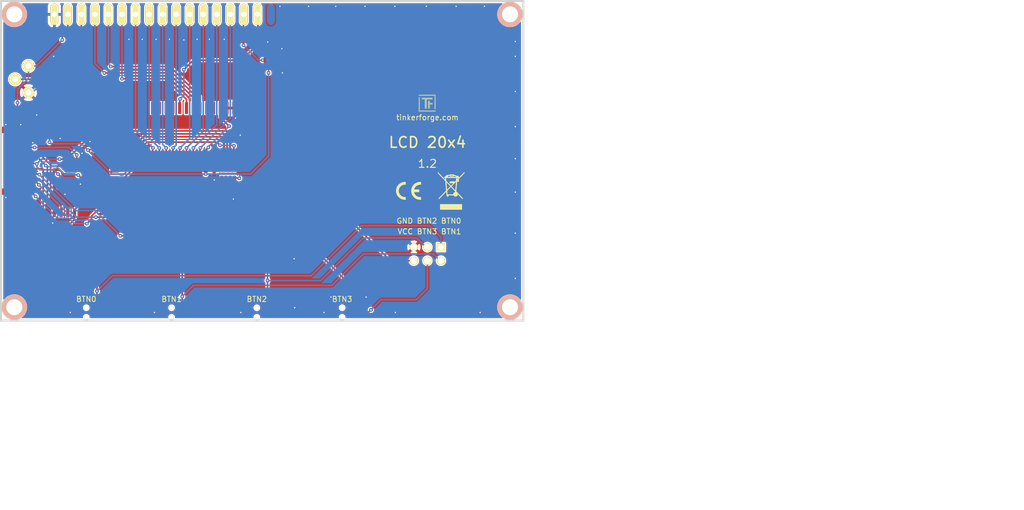
<source format=kicad_pcb>
(kicad_pcb (version 4) (host pcbnew 4.0.2+dfsg1-stable)
  (title_block (title "LCD 20x4 Bricklet") (date "21 jan 2013") (rev 1.1) (company "Tinkerforge GmbH") (comment 1 "Licensed under CERN OHL v.1.1") (comment 2 "Copyright (©) 2011, B.Nordmeyer <bastian@tinkerforge.com>"))
  (layers (0 Vorderseite signal hide) (31 Rückseite signal hide) (34 B.Paste user) (35 F.Paste user) (36 B.SilkS user) (37 F.SilkS user) (38 B.Mask user) (39 F.Mask user) (44 Edge.Cuts user))
  (net 0 "")
  (net 1 +5V)
  (net 2 BTN1)
  (net 3 BTN2)
  (net 4 BTN3)
  (net 5 BTN4)
  (net 6 DB0)
  (net 7 DB1)
  (net 8 DB2)
  (net 9 DB3)
  (net 10 DB4)
  (net 11 DB5)
  (net 12 DB6)
  (net 13 DB7)
  (net 14 EN)
  (net 15 GND)
  (net 16 RS)
  (net 17 RW)
  (net 18 SCL)
  (net 19 SCL2)
  (net 20 SDA)
  (net 21 SDA2)
  (net 22 SEL)
  (net 23 SW-BACK)
  (net 24 VCC)
  (net 25 "Net-(C3-Pad1)")
  (net 26 "Net-(FB1-Pad1)")
  (net 27 "Net-(Q1-PadD)")
  (net 28 "Net-(R2-Pad1)")
  (net 29 "Net-(RP1-Pad6)")
  (net 30 "Net-(RP1-Pad7)")
  (net 31 "Net-(RV1-Pad2)")
  (net 32 "Net-(U1-Pad7)")
  (net 33 "Net-(U2-Pad11)")
  (net 34 "Net-(U2-Pad14)")
  (net 35 "Net-(U2-Pad19)")
  (net 36 "Net-(U2-Pad20)")
  (net 37 "Net-(U2-Pad25)")
  (net 38 "Net-(U2-Pad26)")
  (net 39 "Net-(U2-Pad27)")
  (net 40 "Net-(U2-Pad28)")
  (module kicad-libraries:0603X4 (layer Vorderseite) (at 134.52602 102.67442 180)
    (fp_text reference RP1)
    (fp_text value 4.7k)
    (pad 1 smd rect (at 1.19888 -0.8509 180) (size 0.44958 0.89916) (layers Vorderseite F.Paste F.Mask) (net 1 +5V))
    (pad 2 smd rect (at 0.39878 -0.8509 180) (size 0.44958 0.89916) (layers Vorderseite F.Paste F.Mask) (net 1 +5V))
    (pad 3 smd rect (at -0.39878 -0.8509 180) (size 0.44958 0.89916) (layers Vorderseite F.Paste F.Mask) (net 1 +5V))
    (pad 4 smd rect (at -1.19888 -0.8509 180) (size 0.44958 0.89916) (layers Vorderseite F.Paste F.Mask) (net 1 +5V))
    (pad 5 smd rect (at -1.19888 0.8509 180) (size 0.44958 0.89916) (layers Vorderseite F.Paste F.Mask) (net 21 SDA2))
    (pad 6 smd rect (at -0.39878 0.8509 180) (size 0.44958 0.89916) (layers Vorderseite F.Paste F.Mask) (net 29 "Net-(RP1-Pad6)"))
    (pad 7 smd rect (at 0.39878 0.8509 180) (size 0.44958 0.89916) (layers Vorderseite F.Paste F.Mask) (net 30 "Net-(RP1-Pad7)"))
    (pad 8 smd rect (at 1.19888 0.8509 180) (size 0.44958 0.89916) (layers Vorderseite F.Paste F.Mask) (net 19 SCL2))
  )
  (module kicad-libraries:WEEE_7mm_back (layer Vorderseite) (at 176.4 105.95 180)
    (fp_text reference VAL hide)
    (fp_text value WEEE_7mm_back hide)
  )
  (module kicad-libraries:CE_5mm (layer Vorderseite) (at 168.425 105.925)
    (fp_text reference VAL hide)
    (fp_text value CE_5mm hide)
  )
  (module kicad-libraries:R0603 (layer Vorderseite) (at 137.42416 76.9747 270)
    (fp_text reference R2)
    (fp_text value 10)
    (pad 1 smd rect (at -0.8001 0 270) (size 0.8001 0.8001) (layers Vorderseite F.Paste F.Mask) (net 28 "Net-(R2-Pad1)"))
    (pad 2 smd rect (at 0.8001 0 270) (size 0.8001 0.8001) (layers Vorderseite F.Paste F.Mask) (net 1 +5V))
  )
  (module kicad-libraries:R0603 (layer Vorderseite) (at 110.52556 98.19894)
    (fp_text reference R1)
    (fp_text value 200k)
    (pad 1 smd rect (at -0.8001 0) (size 0.8001 0.8001) (layers Vorderseite F.Paste F.Mask) (net 1 +5V))
    (pad 2 smd rect (at 0.8001 0) (size 0.8001 0.8001) (layers Vorderseite F.Paste F.Mask) (net 25 "Net-(C3-Pad1)"))
  )
  (module kicad-libraries:C0603 (layer Vorderseite) (at 99.32416 95.77578)
    (fp_text reference FB1)
    (fp_text value FB)
    (pad 1 smd rect (at -0.8001 0) (size 0.8001 0.8001) (layers Vorderseite F.Paste F.Mask) (net 26 "Net-(FB1-Pad1)"))
    (pad 2 smd rect (at 0.8001 0) (size 0.8001 0.8001) (layers Vorderseite F.Paste F.Mask) (net 1 +5V))
  )
  (module kicad-libraries:C0603 (layer Vorderseite) (at 102.62362 76.47686)
    (fp_text reference C5)
    (fp_text value 100nF)
    (pad 1 smd rect (at -0.8001 0) (size 0.8001 0.8001) (layers Vorderseite F.Paste F.Mask) (net 15 GND))
    (pad 2 smd rect (at 0.8001 0) (size 0.8001 0.8001) (layers Vorderseite F.Paste F.Mask) (net 1 +5V))
  )
  (module kicad-libraries:C0603 (layer Vorderseite) (at 110.52302 96.67494 180)
    (fp_text reference C3)
    (fp_text value 100nF)
    (pad 1 smd rect (at -0.8001 0 180) (size 0.8001 0.8001) (layers Vorderseite F.Paste F.Mask) (net 25 "Net-(C3-Pad1)"))
    (pad 2 smd rect (at 0.8001 0 180) (size 0.8001 0.8001) (layers Vorderseite F.Paste F.Mask) (net 15 GND))
  )
  (module kicad-libraries:C0603 (layer Vorderseite) (at 131.12496 102.07498)
    (fp_text reference C2)
    (fp_text value 100nF)
    (pad 1 smd rect (at -0.8001 0) (size 0.8001 0.8001) (layers Vorderseite F.Paste F.Mask) (net 1 +5V))
    (pad 2 smd rect (at 0.8001 0) (size 0.8001 0.8001) (layers Vorderseite F.Paste F.Mask) (net 15 GND))
  )
  (module kicad-libraries:C0603 (layer Vorderseite) (at 103.52278 112.67694)
    (fp_text reference C1)
    (fp_text value 100nF)
    (pad 1 smd rect (at -0.8001 0) (size 0.8001 0.8001) (layers Vorderseite F.Paste F.Mask) (net 15 GND))
    (pad 2 smd rect (at 0.8001 0) (size 0.8001 0.8001) (layers Vorderseite F.Paste F.Mask) (net 24 VCC))
  )
  (module kicad-libraries:DRILL_NP (layer Vorderseite) (at 94.4245 72.77608)
    (fp_text reference U5 hide)
    (fp_text value DRILL hide)
    (pad "" np_thru_hole circle (at 0 0) (size 2.99974 2.99974) (drill 2.99974) (layers *.Cu *.Mask F.SilkS) (clearance 0.89916))
  )
  (module kicad-libraries:DRILL_NP (layer Vorderseite) (at 187.42406 72.77608)
    (fp_text reference U6 hide)
    (fp_text value DRILL hide)
    (pad "" np_thru_hole circle (at 0 0) (size 2.99974 2.99974) (drill 2.99974) (layers *.Cu *.Mask F.SilkS) (clearance 0.89916))
  )
  (module kicad-libraries:DRILL_NP (layer Vorderseite) (at 187.42406 127.7747)
    (fp_text reference U7 hide)
    (fp_text value DRILL hide)
    (pad "" np_thru_hole circle (at 0 0) (size 2.99974 2.99974) (drill 2.99974) (layers *.Cu *.Mask F.SilkS) (clearance 0.89916))
  )
  (module kicad-libraries:DRILL_NP (layer Vorderseite) (at 94.4245 127.7747)
    (fp_text reference U8 hide)
    (fp_text value DRILL hide)
    (pad "" np_thru_hole circle (at 0 0) (size 2.99974 2.99974) (drill 2.99974) (layers *.Cu *.Mask F.SilkS) (clearance 0.89916))
  )
  (module kicad-libraries:SOIC8 (layer Vorderseite) (at 110.52556 101.5746 270)
    (fp_text reference U3)
    (fp_text value PCA9306D)
    (pad 1 smd rect (at -1.90246 2.69748 90) (size 0.59944 1.5494) (layers Vorderseite F.Paste F.Mask) (net 15 GND))
    (pad 2 smd rect (at -0.63246 2.69748 90) (size 0.59944 1.5494) (layers Vorderseite F.Paste F.Mask) (net 24 VCC))
    (pad 3 smd rect (at 0.63246 2.69748 90) (size 0.59944 1.5494) (layers Vorderseite F.Paste F.Mask) (net 18 SCL))
    (pad 4 smd rect (at 1.90246 2.69748 90) (size 0.59944 1.5494) (layers Vorderseite F.Paste F.Mask) (net 20 SDA))
    (pad 5 smd rect (at 1.90246 -2.69748 270) (size 0.59944 1.5494) (layers Vorderseite F.Paste F.Mask) (net 21 SDA2))
    (pad 6 smd rect (at 0.63246 -2.69748 270) (size 0.59944 1.5494) (layers Vorderseite F.Paste F.Mask) (net 19 SCL2))
    (pad 7 smd rect (at -0.63246 -2.69748 270) (size 0.59944 1.5494) (layers Vorderseite F.Paste F.Mask) (net 25 "Net-(C3-Pad1)"))
    (pad 8 smd rect (at -1.90246 -2.69748 270) (size 0.59944 1.5494) (layers Vorderseite F.Paste F.Mask) (net 25 "Net-(C3-Pad1)"))
  )
  (module kicad-libraries:SOIC8 (layer Vorderseite) (at 103.82504 107.37342 180)
    (fp_text reference U1)
    (fp_text value M24C64)
    (pad 1 smd rect (at -1.90246 2.69748) (size 0.59944 1.5494) (layers Vorderseite F.Paste F.Mask) (net 15 GND))
    (pad 2 smd rect (at -0.63246 2.69748) (size 0.59944 1.5494) (layers Vorderseite F.Paste F.Mask) (net 15 GND))
    (pad 3 smd rect (at 0.63246 2.69748) (size 0.59944 1.5494) (layers Vorderseite F.Paste F.Mask) (net 22 SEL))
    (pad 4 smd rect (at 1.90246 2.69748) (size 0.59944 1.5494) (layers Vorderseite F.Paste F.Mask) (net 15 GND))
    (pad 5 smd rect (at 1.90246 -2.69748 180) (size 0.59944 1.5494) (layers Vorderseite F.Paste F.Mask) (net 20 SDA))
    (pad 6 smd rect (at 0.63246 -2.69748 180) (size 0.59944 1.5494) (layers Vorderseite F.Paste F.Mask) (net 18 SCL))
    (pad 7 smd rect (at -0.63246 -2.69748 180) (size 0.59944 1.5494) (layers Vorderseite F.Paste F.Mask) (net 32 "Net-(U1-Pad7)"))
    (pad 8 smd rect (at -1.90246 -2.69748 180) (size 0.59944 1.5494) (layers Vorderseite F.Paste F.Mask) (net 24 VCC))
  )
  (module kicad-libraries:TACT-SWITCH (layer Vorderseite) (at 155.92552 128.77292 180)
    (fp_text reference SW4)
    (fp_text value SW_PUSH)
    (pad 1 smd rect (at -2.09898 0 180) (size 1.2 1.80086) (layers Vorderseite F.Paste F.Mask) (net 5 BTN4) (clearance 0.14986))
    (pad 2 smd rect (at 2.09898 0 180) (size 1.20076 1.80086) (layers Vorderseite F.Paste F.Mask) (net 15 GND) (clearance 0.14986))
    (pad "" thru_hole circle (at 0 0.89916 180) (size 0.8001 0.8001) (drill 0.8001) (layers *.Cu *.Mask F.SilkS) (clearance 0.14986))
    (pad "" thru_hole circle (at 0 -0.89916 180) (size 0.8001 0.8001) (drill 0.8001) (layers *.Cu *.Mask F.SilkS) (clearance 0.14986))
  )
  (module kicad-libraries:Fiducial_Mark (layer Vorderseite) (at 181.42458 73.27392)
    (fp_text reference Fiducial_Mark hide)
    (fp_text value VAL** hide)
    (pad 1 smd circle (at 0 0) (size 1.00076 1.00076) (layers Vorderseite F.Paste F.Mask) (clearance 0.65024))
  )
  (module kicad-libraries:Fiducial_Mark (layer Vorderseite) (at 93.726 123.7742)
    (fp_text reference Fiducial_Mark hide)
    (fp_text value VAL** hide)
    (pad 1 smd circle (at 0 0) (size 1.00076 1.00076) (layers Vorderseite F.Paste F.Mask) (clearance 0.65024))
  )
  (module kicad-libraries:Logo_31x31 (layer Vorderseite) (at 170.3 87.875)
    (fp_text reference Ref** hide)
    (fp_text value Val** hide)
  )
  (module kicad-libraries:3528-21 (layer Vorderseite) (at 143.42364 81.37652)
    (fp_text reference C4)
    (fp_text value 100µF/6.3V)
    (pad 1 smd rect (at -1.40048 0) (size 1.59954 2.79908) (layers Vorderseite F.Paste F.Mask) (net 1 +5V) (clearance 0.14986))
    (pad 2 smd rect (at 1.40048 0) (size 1.59954 2.79908) (layers Vorderseite F.Paste F.Mask) (net 15 GND) (clearance 0.14986))
  )
  (module kicad-libraries:CON-SENSOR (layer Vorderseite) (at 91.9226 100.27666 270)
    (fp_text reference P1)
    (fp_text value CON-SENSOR)
    (pad 1 smd rect (at -4.50088 -4.7752 270) (size 0.59944 1.5494) (layers Vorderseite F.Paste F.Mask) (net 26 "Net-(FB1-Pad1)"))
    (pad 2 smd rect (at -3.50012 -4.7752 270) (size 0.59944 1.5494) (layers Vorderseite F.Paste F.Mask) (net 15 GND))
    (pad 3 smd rect (at -2.49936 -4.7752 270) (size 0.59944 1.5494) (layers Vorderseite F.Paste F.Mask) (net 24 VCC))
    (pad 4 smd rect (at -1.50114 -4.7752 270) (size 0.59944 1.5494) (layers Vorderseite F.Paste F.Mask) (net 18 SCL))
    (pad 5 smd rect (at -0.50038 -4.7752 270) (size 0.59944 1.5494) (layers Vorderseite F.Paste F.Mask) (net 20 SDA))
    (pad 6 smd rect (at 0.50038 -4.7752 270) (size 0.59944 1.5494) (layers Vorderseite F.Paste F.Mask) (net 22 SEL))
    (pad 7 smd rect (at 1.50114 -4.7752 270) (size 0.59944 1.5494) (layers Vorderseite F.Paste F.Mask) (net 2 BTN1))
    (pad 8 smd rect (at 2.49936 -4.7752 270) (size 0.59944 1.5494) (layers Vorderseite F.Paste F.Mask) (net 3 BTN2))
    (pad 9 smd rect (at 3.50012 -4.7752 270) (size 0.59944 1.5494) (layers Vorderseite F.Paste F.Mask) (net 4 BTN3))
    (pad 10 smd rect (at 4.50088 -4.7752 270) (size 0.59944 1.5494) (layers Vorderseite F.Paste F.Mask) (net 5 BTN4))
    (pad EP smd rect (at -5.79882 -0.89916 270) (size 1.19888 1.80086) (layers Vorderseite F.Paste F.Mask) (net 15 GND))
    (pad EP smd rect (at 5.79882 -0.89916 270) (size 1.19888 1.80086) (layers Vorderseite F.Paste F.Mask) (net 15 GND))
  )
  (module kicad-libraries:TACT-SWITCH (layer Vorderseite) (at 139.92352 128.77546 180)
    (fp_text reference SW3)
    (fp_text value SW_PUSH)
    (pad 1 smd rect (at -2.09898 0 180) (size 1.2 1.80086) (layers Vorderseite F.Paste F.Mask) (net 4 BTN3) (clearance 0.14986))
    (pad 2 smd rect (at 2.09898 0 180) (size 1.20076 1.80086) (layers Vorderseite F.Paste F.Mask) (net 15 GND) (clearance 0.14986))
    (pad "" thru_hole circle (at 0 0.89916 180) (size 0.8001 0.8001) (drill 0.8001) (layers *.Cu *.Mask F.SilkS) (clearance 0.14986))
    (pad "" thru_hole circle (at 0 -0.89916 180) (size 0.8001 0.8001) (drill 0.8001) (layers *.Cu *.Mask F.SilkS) (clearance 0.14986))
  )
  (module kicad-libraries:TACT-SWITCH (layer Vorderseite) (at 123.92406 128.77546 180)
    (fp_text reference SW2)
    (fp_text value SW_PUSH)
    (pad 1 smd rect (at -2.09898 0 180) (size 1.2 1.80086) (layers Vorderseite F.Paste F.Mask) (net 3 BTN2) (clearance 0.14986))
    (pad 2 smd rect (at 2.09898 0 180) (size 1.20076 1.80086) (layers Vorderseite F.Paste F.Mask) (net 15 GND) (clearance 0.14986))
    (pad "" thru_hole circle (at 0 0.89916 180) (size 0.8001 0.8001) (drill 0.8001) (layers *.Cu *.Mask F.SilkS) (clearance 0.14986))
    (pad "" thru_hole circle (at 0 -0.89916 180) (size 0.8001 0.8001) (drill 0.8001) (layers *.Cu *.Mask F.SilkS) (clearance 0.14986))
  )
  (module kicad-libraries:TACT-SWITCH (layer Vorderseite) (at 107.9246 128.77546 180)
    (fp_text reference SW1)
    (fp_text value SW_PUSH)
    (pad 1 smd rect (at -2.09898 0 180) (size 1.2 1.80086) (layers Vorderseite F.Paste F.Mask) (net 2 BTN1) (clearance 0.14986))
    (pad 2 smd rect (at 2.09898 0 180) (size 1.20076 1.80086) (layers Vorderseite F.Paste F.Mask) (net 15 GND) (clearance 0.14986))
    (pad "" thru_hole circle (at 0 0.89916 180) (size 0.8001 0.8001) (drill 0.8001) (layers *.Cu *.Mask F.SilkS) (clearance 0.14986))
    (pad "" thru_hole circle (at 0 -0.89916 180) (size 0.8001 0.8001) (drill 0.8001) (layers *.Cu *.Mask F.SilkS) (clearance 0.14986))
  )
  (module kicad-libraries:SOT23GDS (layer Vorderseite) (at 140.12418 76.9747 180)
    (fp_text reference Q1)
    (fp_text value 2N7002)
    (pad S smd rect (at -0.889 -1.016 180) (size 0.9144 0.9144) (layers Vorderseite F.Paste F.Mask) (net 15 GND))
    (pad G smd rect (at 0.889 -1.016 180) (size 0.9144 0.9144) (layers Vorderseite F.Paste F.Mask) (net 23 SW-BACK))
    (pad D smd rect (at 0 1.016 180) (size 0.9144 0.9144) (layers Vorderseite F.Paste F.Mask) (net 27 "Net-(Q1-PadD)"))
  )
  (module kicad-libraries:SOIC28 (layer Vorderseite) (at 128.62306 94.97568)
    (fp_text reference U2)
    (fp_text value MCP23017)
    (pad 1 smd rect (at -8.25246 4.59994 180) (size 0.59944 2.19964) (layers Vorderseite F.Paste F.Mask) (net 6 DB0))
    (pad 2 smd rect (at -6.98246 4.59994 180) (size 0.59944 2.19964) (layers Vorderseite F.Paste F.Mask) (net 7 DB1))
    (pad 3 smd rect (at -5.71246 4.59994 180) (size 0.59944 2.19964) (layers Vorderseite F.Paste F.Mask) (net 8 DB2))
    (pad 4 smd rect (at -4.44246 4.59994 180) (size 0.59944 2.19964) (layers Vorderseite F.Paste F.Mask) (net 9 DB3))
    (pad 5 smd rect (at -3.17246 4.59994 180) (size 0.59944 2.19964) (layers Vorderseite F.Paste F.Mask) (net 10 DB4))
    (pad 6 smd rect (at -1.90246 4.59994 180) (size 0.59944 2.19964) (layers Vorderseite F.Paste F.Mask) (net 11 DB5))
    (pad 7 smd rect (at -0.63246 4.59994 180) (size 0.59944 2.19964) (layers Vorderseite F.Paste F.Mask) (net 12 DB6))
    (pad 8 smd rect (at 0.63246 4.59994 180) (size 0.59944 2.19964) (layers Vorderseite F.Paste F.Mask) (net 13 DB7))
    (pad 9 smd rect (at 1.90246 4.59994 180) (size 0.59944 2.19964) (layers Vorderseite F.Paste F.Mask) (net 1 +5V))
    (pad 10 smd rect (at 3.17246 4.59994 180) (size 0.59944 2.19964) (layers Vorderseite F.Paste F.Mask) (net 15 GND))
    (pad 11 smd rect (at 4.44246 4.59994 180) (size 0.59944 2.19964) (layers Vorderseite F.Paste F.Mask) (net 33 "Net-(U2-Pad11)"))
    (pad 12 smd rect (at 5.71246 4.59994 180) (size 0.59944 2.19964) (layers Vorderseite F.Paste F.Mask) (net 19 SCL2))
    (pad 13 smd rect (at 6.98246 4.59994 180) (size 0.59944 2.19964) (layers Vorderseite F.Paste F.Mask) (net 21 SDA2))
    (pad 14 smd rect (at 8.25246 4.59994 180) (size 0.59944 2.19964) (layers Vorderseite F.Paste F.Mask) (net 34 "Net-(U2-Pad14)"))
    (pad 15 smd rect (at 8.25246 -4.59994) (size 0.59944 2.19964) (layers Vorderseite F.Paste F.Mask) (net 22 SEL))
    (pad 16 smd rect (at 6.98246 -4.59994) (size 0.59944 2.19964) (layers Vorderseite F.Paste F.Mask) (net 15 GND))
    (pad 17 smd rect (at 5.71246 -4.59994) (size 0.59944 2.19964) (layers Vorderseite F.Paste F.Mask) (net 15 GND))
    (pad 18 smd rect (at 4.44246 -4.59994) (size 0.59944 2.19964) (layers Vorderseite F.Paste F.Mask) (net 1 +5V))
    (pad 19 smd rect (at 3.17246 -4.59994) (size 0.59944 2.19964) (layers Vorderseite F.Paste F.Mask) (net 35 "Net-(U2-Pad19)"))
    (pad 20 smd rect (at 1.90246 -4.59994) (size 0.59944 2.19964) (layers Vorderseite F.Paste F.Mask) (net 36 "Net-(U2-Pad20)"))
    (pad 21 smd rect (at 0.63246 -4.59994) (size 0.59944 2.19964) (layers Vorderseite F.Paste F.Mask) (net 17 RW))
    (pad 22 smd rect (at -0.63246 -4.59994) (size 0.59944 2.19964) (layers Vorderseite F.Paste F.Mask) (net 16 RS))
    (pad 23 smd rect (at -1.90246 -4.59994) (size 0.59944 2.19964) (layers Vorderseite F.Paste F.Mask) (net 14 EN))
    (pad 24 smd rect (at -3.17246 -4.59994) (size 0.59944 2.19964) (layers Vorderseite F.Paste F.Mask) (net 23 SW-BACK))
    (pad 25 smd rect (at -4.44246 -4.59994) (size 0.59944 2.19964) (layers Vorderseite F.Paste F.Mask) (net 37 "Net-(U2-Pad25)"))
    (pad 26 smd rect (at -5.71246 -4.59994) (size 0.59944 2.19964) (layers Vorderseite F.Paste F.Mask) (net 38 "Net-(U2-Pad26)"))
    (pad 27 smd rect (at -6.98246 -4.59994) (size 0.59944 2.19964) (layers Vorderseite F.Paste F.Mask) (net 39 "Net-(U2-Pad27)"))
    (pad 28 smd rect (at -8.25246 -4.59994) (size 0.59944 2.19964) (layers Vorderseite F.Paste F.Mask) (net 40 "Net-(U2-Pad28)"))
  )
  (module kicad-libraries:pin_array_3x2 (layer Vorderseite) (at 171.92498 117.77472 180)
    (fp_text reference P2)
    (fp_text value BTN-HEADER hide)
    (pad 1 thru_hole rect (at -2.54 1.27 180) (size 1.524 1.524) (drill 1.016) (layers *.Cu *.Mask F.SilkS) (net 2 BTN1))
    (pad 2 thru_hole circle (at -2.54 -1.27 180) (size 1.524 1.524) (drill 1.016) (layers *.Cu *.Mask F.SilkS) (net 3 BTN2))
    (pad 3 thru_hole circle (at 0 1.27 180) (size 1.524 1.524) (drill 1.016) (layers *.Cu *.Mask F.SilkS) (net 4 BTN3))
    (pad 4 thru_hole circle (at 0 -1.27 180) (size 1.524 1.524) (drill 1.016) (layers *.Cu *.Mask F.SilkS) (net 5 BTN4))
    (pad 5 thru_hole circle (at 2.54 1.27 180) (size 1.524 1.524) (drill 1.016) (layers *.Cu *.Mask F.SilkS) (net 15 GND))
    (pad 6 thru_hole circle (at 2.54 -1.27 180) (size 1.524 1.524) (drill 1.016) (layers *.Cu *.Mask F.SilkS) (net 24 VCC))
  )
  (module kicad-libraries:LCD-20x4 (layer Vorderseite) (at 140.92428 100.27666)
    (fp_text reference U4)
    (fp_text value LCD-20X4)
    (pad 1 thru_hole oval (at -38.99916 -27.50058) (size 1.50114 4.0005) (drill 1.00076) (layers *.Cu *.Mask F.SilkS) (net 15 GND))
    (pad 2 thru_hole oval (at -36.45916 -27.50058) (size 1.50114 4.0005) (drill 1.00076) (layers *.Cu *.Mask F.SilkS) (net 1 +5V))
    (pad 3 thru_hole oval (at -33.91916 -27.50058) (size 1.50114 4.0005) (drill 1.00076) (layers *.Cu *.Mask F.SilkS) (net 31 "Net-(RV1-Pad2)"))
    (pad 4 thru_hole oval (at -31.37916 -27.50058) (size 1.50114 4.0005) (drill 1.00076) (layers *.Cu *.Mask F.SilkS) (net 16 RS))
    (pad 5 thru_hole oval (at -28.83916 -27.50058) (size 1.50114 4.0005) (drill 1.00076) (layers *.Cu *.Mask F.SilkS) (net 17 RW))
    (pad 6 thru_hole oval (at -26.29916 -27.50058) (size 1.50114 4.0005) (drill 1.00076) (layers *.Cu *.Mask F.SilkS) (net 14 EN))
    (pad 7 thru_hole oval (at -23.75916 -27.50058) (size 1.50114 4.0005) (drill 1.00076) (layers *.Cu *.Mask F.SilkS) (net 6 DB0))
    (pad 8 thru_hole oval (at -21.21916 -27.50058) (size 1.50114 4.0005) (drill 1.00076) (layers *.Cu *.Mask F.SilkS) (net 7 DB1))
    (pad 9 thru_hole oval (at -18.67916 -27.50058) (size 1.50114 4.0005) (drill 1.00076) (layers *.Cu *.Mask F.SilkS) (net 8 DB2))
    (pad 10 thru_hole oval (at -16.13916 -27.50058) (size 1.50114 4.0005) (drill 1.00076) (layers *.Cu *.Mask F.SilkS) (net 9 DB3))
    (pad 11 thru_hole oval (at -13.59916 -27.50058) (size 1.50114 4.0005) (drill 1.00076) (layers *.Cu *.Mask F.SilkS) (net 10 DB4))
    (pad 12 thru_hole oval (at -11.05916 -27.50058) (size 1.50114 4.0005) (drill 1.00076) (layers *.Cu *.Mask F.SilkS) (net 11 DB5))
    (pad 13 thru_hole oval (at -8.51916 -27.50058) (size 1.50114 4.0005) (drill 1.00076) (layers *.Cu *.Mask F.SilkS) (net 12 DB6))
    (pad 14 thru_hole oval (at -5.97916 -27.50058) (size 1.50114 4.0005) (drill 1.00076) (layers *.Cu *.Mask F.SilkS) (net 13 DB7))
    (pad 15 thru_hole oval (at -3.43916 -27.50058) (size 1.50114 4.0005) (drill 1.00076) (layers *.Cu *.Mask F.SilkS) (net 28 "Net-(R2-Pad1)"))
    (pad 16 thru_hole oval (at -0.89916 -27.50058) (size 1.50114 4.0005) (drill 1.00076) (layers *.Cu *.Mask F.SilkS) (net 27 "Net-(Q1-PadD)"))
    (pad "" smd oval (at 1.64084 -27.50058) (size 1.50114 4.0005) (layers Rückseite B.Paste B.Mask))
  )
  (module kicad-libraries:POT_36W (layer Vorderseite) (at 95.67418 84.9757 270)
    (fp_text reference RV1)
    (fp_text value 10k)
    (pad 2 thru_hole circle (at 0 1.09982 270) (size 2.19964 2.19964) (drill 1.09982) (layers *.Cu *.Mask F.SilkS) (net 31 "Net-(RV1-Pad2)"))
    (pad 1 thru_hole circle (at -2.49936 -1.39954 270) (size 2.19964 2.19964) (drill 1.09982) (layers *.Cu *.Mask F.SilkS) (net 1 +5V))
    (pad 3 thru_hole circle (at 2.49936 -1.39954 270) (size 2.19964 2.19964) (drill 1.09982) (layers *.Cu *.Mask F.SilkS) (net 15 GND))
  )
  (gr_text BTN3 (at 155.92552 126.27356) (layer F.SilkS) (effects (font (size 1.00076 1.00076) (thickness 0.14986))))
  (gr_text BTN2 (at 139.92606 126.27356) (layer F.SilkS) (effects (font (size 1.00076 1.00076) (thickness 0.14986))))
  (gr_text BTN1 (at 123.92406 126.27356) (layer F.SilkS) (effects (font (size 1.00076 1.00076) (thickness 0.14986))))
  (gr_text BTN0 (at 107.9246 126.27356) (layer F.SilkS) (effects (font (size 1.00076 1.00076) (thickness 0.14986))))
  (gr_text " VCC BTN3 BTN1" (at 171.92498 113.57356) (layer F.SilkS) (effects (font (size 1.00076 1.00076) (thickness 0.14986))))
  (gr_text " GND BTN2 BTN0" (at 171.82592 111.57458) (layer F.SilkS) (effects (font (size 1.00076 1.00076) (thickness 0.14986))))
  (gr_text 1.2 (at 171.925 100.825) (layer F.SilkS) (effects (font (size 1.50114 1.50114) (thickness 0.20066))))
  (gr_text tinkerforge.com (at 171.925 92.15) (layer F.SilkS) (effects (font (size 1.00076 1.00076) (thickness 0.14986))))
  (gr_text "LCD 20x4" (at 171.925 96.825) (layer F.SilkS) (effects (font (size 1.99898 1.99898) (thickness 0.29972))))
  (gr_line (start 189.92342 70.27418) (end 91.92514 70.27418) (angle 90) (layer Edge.Cuts) (width 0.381))
  (gr_line (start 189.92342 130.2766) (end 189.92342 70.27418) (angle 90) (layer Edge.Cuts) (width 0.381))
  (gr_line (start 91.92514 130.2766) (end 189.92342 130.2766) (angle 90) (layer Edge.Cuts) (width 0.381))
  (gr_line (start 91.92514 70.27418) (end 91.92514 130.2766) (angle 90) (layer Edge.Cuts) (width 0.381))
  (via (at 103.42372 77.57668) (size 0.70104) (layers Vorderseite Rückseite) (net 1))
  (segment (start 141.02334 81.37652) (end 142.12316 81.37652) (width 0.29972) (layer Vorderseite) (net 1))
  (segment (start 101.02342 95.9739) (end 101.02342 96.77654) (width 0.29972) (layer Vorderseite) (net 1))
  (segment (start 101.32314 97.07626) (end 101.02342 96.77654) (width 0.29972) (layer Rückseite) (net 1))
  (segment (start 108.22432 98.27514) (end 108.22432 98.27768) (width 0.29972) (layer Rückseite) (net 1))
  (segment (start 130.32232 102.77602) (end 112.72266 102.77602) (width 0.29972) (layer Rückseite) (net 1))
  (segment (start 130.32486 102.77348) (end 130.32232 102.77602) (width 0.29972) (layer Vorderseite) (net 1))
  (via (at 130.32232 102.77602) (size 0.70104) (layers Vorderseite Rückseite) (net 1))
  (segment (start 98.52406 82.47634) (end 97.07372 82.47634) (width 0.29972) (layer Rückseite) (net 1))
  (segment (start 103.42372 77.57668) (end 98.52406 82.47634) (width 0.29972) (layer Rückseite) (net 1))
  (segment (start 104.46512 75.53452) (end 104.46512 72.77608) (width 0.29972) (layer Vorderseite) (net 1))
  (segment (start 108.32338 98.17608) (end 108.22432 98.27514) (width 0.29972) (layer Vorderseite) (net 1))
  (segment (start 100.12426 95.17634) (end 95.02394 90.07602) (width 0.29972) (layer Vorderseite) (net 1))
  (segment (start 109.72292 98.17608) (end 108.32338 98.17608) (width 0.29972) (layer Vorderseite) (net 1))
  (segment (start 130.32486 102.07498) (end 130.32486 102.77348) (width 0.29972) (layer Vorderseite) (net 1))
  (via (at 134.72414 93.77426) (size 0.70104) (layers Vorderseite Rückseite) (net 1))
  (segment (start 134.72414 93.77426) (end 130.82524 97.67316) (width 0.29972) (layer Rückseite) (net 1))
  (segment (start 130.82524 97.67316) (end 130.82524 97.77476) (width 0.29972) (layer Rückseite) (net 1))
  (via (at 130.82524 97.77476) (size 0.70104) (layers Vorderseite Rückseite) (net 1))
  (segment (start 130.82524 97.77476) (end 130.52552 98.07448) (width 0.29972) (layer Vorderseite) (net 1))
  (segment (start 130.52552 98.07448) (end 130.52552 99.57562) (width 0.29972) (layer Vorderseite) (net 1))
  (segment (start 133.06552 90.37574) (end 133.06552 92.11564) (width 0.29972) (layer Vorderseite) (net 1))
  (segment (start 133.32714 103.52532) (end 134.12724 103.52532) (width 0.29972) (layer Vorderseite) (net 1))
  (segment (start 134.12724 103.52532) (end 134.9248 103.52532) (width 0.29972) (layer Vorderseite) (net 1))
  (segment (start 134.9248 103.52532) (end 135.7249 103.52532) (width 0.29972) (layer Vorderseite) (net 1))
  (segment (start 136.5758 103.52532) (end 136.62406 103.57358) (width 0.29972) (layer Vorderseite) (net 1))
  (via (at 136.62406 103.57358) (size 0.70104) (layers Vorderseite Rückseite) (net 1))
  (segment (start 136.62406 103.57358) (end 136.72566 103.47198) (width 0.29972) (layer Rückseite) (net 1))
  (segment (start 136.72566 103.47198) (end 136.72566 102.77602) (width 0.29972) (layer Rückseite) (net 1))
  (segment (start 135.7249 103.52532) (end 136.5758 103.52532) (width 0.29972) (layer Vorderseite) (net 1))
  (segment (start 103.42372 76.47686) (end 103.42372 77.57668) (width 0.29972) (layer Vorderseite) (net 1))
  (segment (start 133.06552 92.11564) (end 134.72414 93.77426) (width 0.29972) (layer Vorderseite) (net 1))
  (segment (start 137.42416 77.7748) (end 137.42416 78.5749) (width 0.29972) (layer Vorderseite) (net 1))
  (segment (start 138.72464 102.77602) (end 142.12316 99.3775) (width 0.29972) (layer Rückseite) (net 1))
  (segment (start 138.72464 102.77602) (end 136.72566 102.77602) (width 0.29972) (layer Rückseite) (net 1))
  (segment (start 142.12316 83.77428) (end 142.12316 81.37652) (width 0.29972) (layer Vorderseite) (net 1))
  (via (at 142.12316 83.77428) (size 0.70104) (layers Vorderseite Rückseite) (net 1))
  (segment (start 142.12316 99.3775) (end 142.12316 83.77428) (width 0.29972) (layer Rückseite) (net 1))
  (segment (start 137.42416 78.5749) (end 140.22578 81.37652) (width 0.29972) (layer Rückseite) (net 1))
  (via (at 137.42416 78.5749) (size 0.70104) (layers Vorderseite Rückseite) (net 1))
  (segment (start 136.72566 102.77602) (end 134.52348 102.77602) (width 0.29972) (layer Rückseite) (net 1))
  (segment (start 134.52348 102.77602) (end 130.32232 102.77602) (width 0.29972) (layer Rückseite) (net 1))
  (segment (start 130.32486 102.07498) (end 130.32486 99.77628) (width 0.29972) (layer Vorderseite) (net 1))
  (segment (start 95.02394 86.87562) (end 97.07372 84.82584) (width 0.29972) (layer Rückseite) (net 1))
  (segment (start 107.0229 97.07626) (end 101.32314 97.07626) (width 0.29972) (layer Rückseite) (net 1))
  (segment (start 112.72266 102.77602) (end 108.22432 98.27768) (width 0.29972) (layer Rückseite) (net 1))
  (segment (start 103.52278 76.47686) (end 104.46512 75.53452) (width 0.29972) (layer Vorderseite) (net 1))
  (segment (start 100.12426 95.77578) (end 100.8253 95.77578) (width 0.29972) (layer Vorderseite) (net 1))
  (segment (start 103.42372 76.47686) (end 103.52278 76.47686) (width 0.29972) (layer Vorderseite) (net 1))
  (segment (start 95.02394 90.07602) (end 95.02394 89.37498) (width 0.29972) (layer Vorderseite) (net 1))
  (via (at 95.02394 89.37498) (size 0.70104) (layers Vorderseite Rückseite) (net 1))
  (segment (start 95.02394 89.37498) (end 95.02394 86.87562) (width 0.29972) (layer Rückseite) (net 1))
  (segment (start 100.8253 95.77578) (end 101.02342 95.9739) (width 0.29972) (layer Vorderseite) (net 1))
  (via (at 101.02342 96.77654) (size 0.70104) (layers Vorderseite Rückseite) (net 1))
  (segment (start 130.32486 99.77628) (end 130.52552 99.57562) (width 0.29972) (layer Vorderseite) (net 1))
  (segment (start 100.12426 95.77578) (end 100.12426 95.17634) (width 0.29972) (layer Vorderseite) (net 1))
  (segment (start 97.07372 84.82584) (end 97.07372 82.47634) (width 0.29972) (layer Rückseite) (net 1))
  (segment (start 140.22578 81.37652) (end 141.02334 81.37652) (width 0.29972) (layer Rückseite) (net 1))
  (via (at 108.22432 98.27514) (size 0.70104) (layers Vorderseite Rückseite) (net 1))
  (via (at 141.02334 81.37652) (size 0.70104) (layers Vorderseite Rückseite) (net 1))
  (segment (start 108.22432 98.27768) (end 107.0229 97.07626) (width 0.29972) (layer Rückseite) (net 1))
  (segment (start 109.92358 121.57456) (end 109.92358 124.77496) (width 0.29972) (layer Vorderseite) (net 2))
  (segment (start 99.82454 111.47552) (end 109.92358 121.57456) (width 0.29972) (layer Vorderseite) (net 2))
  (segment (start 99.72548 101.7778) (end 99.82454 101.87686) (width 0.29972) (layer Vorderseite) (net 2))
  (segment (start 109.92358 124.77496) (end 109.92358 128.77546) (width 0.29972) (layer Vorderseite) (net 2))
  (segment (start 99.82454 101.87686) (end 99.82454 111.47552) (width 0.29972) (layer Vorderseite) (net 2))
  (segment (start 96.6978 101.7778) (end 99.72548 101.7778) (width 0.29972) (layer Vorderseite) (net 2))
  (segment (start 159.5247 112.47374) (end 172.32376 112.47374) (width 0.29972) (layer Rückseite) (net 2))
  (segment (start 172.32376 112.47374) (end 174.46498 114.61496) (width 0.29972) (layer Rückseite) (net 2))
  (segment (start 174.46498 114.61496) (end 174.46498 116.50472) (width 0.29972) (layer Rückseite) (net 2))
  (segment (start 150.12416 121.87428) (end 155.12542 116.87302) (width 0.29972) (layer Rückseite) (net 2))
  (segment (start 112.82426 121.87428) (end 150.12416 121.87428) (width 0.29972) (layer Rückseite) (net 2))
  (via (at 109.92358 124.77496) (size 0.70104) (layers Vorderseite Rückseite) (net 2))
  (segment (start 109.92358 124.77496) (end 112.82426 121.87428) (width 0.29972) (layer Rückseite) (net 2))
  (segment (start 155.12542 116.87302) (end 159.5247 112.47374) (width 0.29972) (layer Rückseite) (net 2))
  (segment (start 125.92558 125.77318) (end 125.92304 125.77318) (width 0.29972) (layer Vorderseite) (net 3))
  (segment (start 96.6978 102.77602) (end 99.02444 102.77602) (width 0.29972) (layer Vorderseite) (net 3))
  (segment (start 174.29734 119.04472) (end 173.02734 117.77472) (width 0.29972) (layer Rückseite) (net 3))
  (segment (start 173.02734 117.77472) (end 159.92348 117.77472) (width 0.29972) (layer Rückseite) (net 3))
  (segment (start 159.92348 117.77472) (end 156.92374 120.77446) (width 0.29972) (layer Rückseite) (net 3))
  (segment (start 174.46498 119.04472) (end 174.29734 119.04472) (width 0.29972) (layer Rückseite) (net 3))
  (segment (start 114.3254 114.3762) (end 121.22404 114.3762) (width 0.29972) (layer Vorderseite) (net 3))
  (segment (start 121.22404 114.3762) (end 125.92304 119.0752) (width 0.29972) (layer Vorderseite) (net 3))
  (segment (start 125.92304 119.0752) (end 125.92304 125.77318) (width 0.29972) (layer Vorderseite) (net 3))
  (segment (start 125.92304 125.77318) (end 125.92304 128.77546) (width 0.29972) (layer Vorderseite) (net 3))
  (segment (start 99.1235 102.87508) (end 105.87482 109.6264) (width 0.29972) (layer Rückseite) (net 3))
  (segment (start 99.02444 102.77602) (end 99.1235 102.87508) (width 0.29972) (layer Vorderseite) (net 3))
  (via (at 99.1235 102.87508) (size 0.70104) (layers Vorderseite Rückseite) (net 3))
  (segment (start 109.5756 109.6264) (end 114.32286 114.37366) (width 0.29972) (layer Rückseite) (net 3))
  (segment (start 114.32286 114.37366) (end 114.3254 114.37366) (width 0.29972) (layer Rückseite) (net 3))
  (via (at 114.3254 114.37366) (size 0.70104) (layers Vorderseite Rückseite) (net 3))
  (segment (start 114.3254 114.37366) (end 114.3254 114.3762) (width 0.29972) (layer Vorderseite) (net 3))
  (segment (start 107.57662 109.6264) (end 109.5756 109.6264) (width 0.29972) (layer Rückseite) (net 3))
  (segment (start 105.87482 109.6264) (end 107.57662 109.6264) (width 0.29972) (layer Rückseite) (net 3))
  (segment (start 156.92374 120.77446) (end 154.02306 123.67514) (width 0.29972) (layer Rückseite) (net 3))
  (segment (start 154.02306 123.67514) (end 128.02362 123.67514) (width 0.29972) (layer Rückseite) (net 3))
  (segment (start 128.02362 123.67514) (end 125.92558 125.77318) (width 0.29972) (layer Rückseite) (net 3))
  (via (at 125.92558 125.77318) (size 0.70104) (layers Vorderseite Rückseite) (net 3))
  (segment (start 126.02464 110.87354) (end 132.02158 110.87354) (width 0.29972) (layer Vorderseite) (net 4))
  (segment (start 132.02158 110.87354) (end 132.12318 110.97514) (width 0.29972) (layer Vorderseite) (net 4))
  (segment (start 171.65574 116.50472) (end 169.926 114.77498) (width 0.29972) (layer Rückseite) (net 4))
  (segment (start 169.926 114.77498) (end 159.92348 114.77498) (width 0.29972) (layer Rückseite) (net 4))
  (segment (start 159.92348 114.77498) (end 156.62402 118.07444) (width 0.29972) (layer Rückseite) (net 4))
  (segment (start 171.92498 116.50472) (end 171.65574 116.50472) (width 0.29972) (layer Rückseite) (net 4))
  (segment (start 99.02444 104.775) (end 104.0257 109.77626) (width 0.29972) (layer Rückseite) (net 4))
  (segment (start 141.9225 120.77446) (end 141.9225 122.77344) (width 0.29972) (layer Vorderseite) (net 4))
  (segment (start 141.9225 122.77344) (end 141.9225 128.77546) (width 0.29972) (layer Vorderseite) (net 4))
  (via (at 99.02444 104.775) (size 0.70104) (layers Vorderseite Rückseite) (net 4))
  (segment (start 98.02622 103.77678) (end 99.02444 104.775) (width 0.29972) (layer Vorderseite) (net 4))
  (segment (start 96.6978 103.77678) (end 98.02622 103.77678) (width 0.29972) (layer Vorderseite) (net 4))
  (segment (start 132.12572 110.97768) (end 141.9225 120.77446) (width 0.29972) (layer Vorderseite) (net 4))
  (segment (start 105.029 109.77626) (end 106.12628 110.87354) (width 0.29972) (layer Rückseite) (net 4))
  (segment (start 106.12628 110.87354) (end 107.1245 110.87354) (width 0.29972) (layer Rückseite) (net 4))
  (segment (start 109.72546 110.87354) (end 126.02464 110.87354) (width 0.29972) (layer Vorderseite) (net 4))
  (segment (start 141.92504 122.77344) (end 141.9225 122.77344) (width 0.29972) (layer Vorderseite) (net 4))
  (via (at 109.72546 110.87354) (size 0.70104) (layers Vorderseite Rückseite) (net 4))
  (segment (start 107.1245 110.87354) (end 109.72546 110.87354) (width 0.29972) (layer Rückseite) (net 4))
  (via (at 141.92504 122.77344) (size 0.70104) (layers Vorderseite Rückseite) (net 4))
  (segment (start 151.92502 122.77344) (end 141.92504 122.77344) (width 0.29972) (layer Rückseite) (net 4))
  (segment (start 156.62402 118.07444) (end 151.92502 122.77344) (width 0.29972) (layer Rückseite) (net 4))
  (segment (start 104.0257 109.77626) (end 105.029 109.77626) (width 0.29972) (layer Rückseite) (net 4))
  (segment (start 132.12572 110.97514) (end 132.12572 110.97768) (width 0.29972) (layer Vorderseite) (net 4))
  (segment (start 132.12318 110.97514) (end 132.12572 110.97514) (width 0.29972) (layer Vorderseite) (net 4))
  (segment (start 106.22534 112.07496) (end 108.0262 112.07496) (width 0.29972) (layer Rückseite) (net 5))
  (segment (start 108.92536 110.67542) (end 109.92612 109.67466) (width 0.29972) (layer Vorderseite) (net 5))
  (segment (start 108.92536 111.1758) (end 108.92536 110.67542) (width 0.29972) (layer Vorderseite) (net 5))
  (segment (start 108.0262 112.07496) (end 108.92536 111.1758) (width 0.29972) (layer Vorderseite) (net 5))
  (via (at 108.0262 112.07496) (size 0.70104) (layers Vorderseite Rückseite) (net 5))
  (segment (start 171.92498 119.04472) (end 171.92498 122.04446) (width 0.29972) (layer Rückseite) (net 5))
  (segment (start 160.82772 128.77292) (end 161.32556 128.27508) (width 0.29972) (layer Vorderseite) (net 5))
  (via (at 161.32556 128.27508) (size 0.70104) (layers Vorderseite Rückseite) (net 5))
  (segment (start 161.32556 128.27508) (end 163.22548 126.37516) (width 0.29972) (layer Rückseite) (net 5))
  (segment (start 163.22548 126.37516) (end 169.8244 126.37516) (width 0.29972) (layer Rückseite) (net 5))
  (segment (start 169.8244 126.37516) (end 171.92498 124.27458) (width 0.29972) (layer Rückseite) (net 5))
  (segment (start 160.82772 128.77292) (end 157.9245 128.77292) (width 0.29972) (layer Vorderseite) (net 5))
  (segment (start 98.425 106.97464) (end 102.52456 111.0742) (width 0.29972) (layer Rückseite) (net 5))
  (via (at 98.425 106.97464) (size 0.70104) (layers Vorderseite Rückseite) (net 5))
  (segment (start 96.6978 105.24744) (end 98.425 106.97464) (width 0.29972) (layer Vorderseite) (net 5))
  (segment (start 171.92498 119.50446) (end 171.92498 119.47144) (width 0.29972) (layer Rückseite) (net 5))
  (segment (start 109.92612 109.67466) (end 143.52524 109.67466) (width 0.29972) (layer Vorderseite) (net 5))
  (segment (start 143.52524 109.67466) (end 157.9245 124.07392) (width 0.29972) (layer Vorderseite) (net 5))
  (segment (start 157.9245 124.07392) (end 157.9245 128.77292) (width 0.29972) (layer Vorderseite) (net 5))
  (segment (start 96.6978 104.77754) (end 96.6978 105.24744) (width 0.29972) (layer Vorderseite) (net 5))
  (segment (start 105.6259 112.07496) (end 106.22534 112.07496) (width 0.29972) (layer Rückseite) (net 5))
  (segment (start 104.62514 111.0742) (end 105.6259 112.07496) (width 0.29972) (layer Rückseite) (net 5))
  (segment (start 102.52456 111.0742) (end 104.62514 111.0742) (width 0.29972) (layer Rückseite) (net 5))
  (segment (start 171.92498 124.27458) (end 171.92498 122.04446) (width 0.29972) (layer Rückseite) (net 5))
  (segment (start 120.3706 99.57562) (end 120.3706 97.9297) (width 0.29972) (layer Vorderseite) (net 6))
  (segment (start 117.16512 94.61754) (end 117.16512 72.77608) (width 0.29972) (layer Rückseite) (net 6))
  (segment (start 120.3706 97.9297) (end 120.42394 97.87636) (width 0.29972) (layer Vorderseite) (net 6))
  (via (at 120.42394 97.87636) (size 0.70104) (layers Vorderseite Rückseite) (net 6))
  (segment (start 120.42394 97.87636) (end 117.16512 94.61754) (width 0.29972) (layer Rückseite) (net 6))
  (segment (start 121.62536 97.87636) (end 119.70512 95.95612) (width 0.29972) (layer Rückseite) (net 7))
  (segment (start 121.6406 99.57562) (end 121.6406 97.8916) (width 0.29972) (layer Vorderseite) (net 7))
  (segment (start 119.70512 95.95612) (end 119.70512 72.77608) (width 0.29972) (layer Rückseite) (net 7))
  (via (at 121.62536 97.87636) (size 0.70104) (layers Vorderseite Rückseite) (net 7))
  (segment (start 121.6406 97.8916) (end 121.62536 97.87636) (width 0.29972) (layer Vorderseite) (net 7))
  (segment (start 122.9106 99.57562) (end 122.9106 97.88906) (width 0.29972) (layer Vorderseite) (net 8))
  (segment (start 122.9106 97.88906) (end 122.9233 97.87636) (width 0.29972) (layer Vorderseite) (net 8))
  (via (at 122.9233 97.87636) (size 0.70104) (layers Vorderseite Rückseite) (net 8))
  (segment (start 122.9233 97.87636) (end 122.24512 97.19818) (width 0.29972) (layer Rückseite) (net 8))
  (segment (start 122.24512 97.19818) (end 122.24512 72.77608) (width 0.29972) (layer Rückseite) (net 8))
  (segment (start 124.1806 97.91954) (end 124.22378 97.87636) (width 0.29972) (layer Vorderseite) (net 9))
  (via (at 124.22378 97.87636) (size 0.70104) (layers Vorderseite Rückseite) (net 9))
  (segment (start 124.22378 97.87636) (end 124.78512 97.31502) (width 0.29972) (layer Rückseite) (net 9))
  (segment (start 124.78512 97.31502) (end 124.78512 72.77608) (width 0.29972) (layer Rückseite) (net 9))
  (segment (start 124.1806 99.57562) (end 124.1806 97.91954) (width 0.29972) (layer Vorderseite) (net 9))
  (segment (start 125.4506 99.57562) (end 125.4506 97.95002) (width 0.29972) (layer Vorderseite) (net 10))
  (segment (start 125.4506 97.95002) (end 125.52426 97.87636) (width 0.29972) (layer Vorderseite) (net 10))
  (segment (start 127.32512 96.0755) (end 127.32512 72.77608) (width 0.29972) (layer Rückseite) (net 10))
  (segment (start 125.52426 97.87636) (end 127.32512 96.0755) (width 0.29972) (layer Rückseite) (net 10))
  (via (at 125.52426 97.87636) (size 0.70104) (layers Vorderseite Rückseite) (net 10))
  (segment (start 126.7206 97.8789) (end 126.72314 97.87636) (width 0.29972) (layer Vorderseite) (net 11))
  (via (at 126.72314 97.87636) (size 0.70104) (layers Vorderseite Rückseite) (net 11))
  (segment (start 126.7206 99.57562) (end 126.7206 97.8789) (width 0.29972) (layer Vorderseite) (net 11))
  (segment (start 126.72314 97.87636) (end 129.86512 94.73438) (width 0.29972) (layer Rückseite) (net 11))
  (segment (start 129.86512 94.73438) (end 129.86512 72.77608) (width 0.29972) (layer Rückseite) (net 11))
  (segment (start 127.9906 99.57562) (end 127.9906 97.90938) (width 0.29972) (layer Vorderseite) (net 12))
  (segment (start 132.40512 93.49486) (end 132.40512 72.77608) (width 0.29972) (layer Rückseite) (net 12))
  (segment (start 128.02362 97.87636) (end 132.40512 93.49486) (width 0.29972) (layer Rückseite) (net 12))
  (via (at 128.02362 97.87636) (size 0.70104) (layers Vorderseite Rückseite) (net 12))
  (segment (start 127.9906 97.90938) (end 128.02362 97.87636) (width 0.29972) (layer Vorderseite) (net 12))
  (segment (start 129.25552 99.57562) (end 129.25552 97.94494) (width 0.29972) (layer Vorderseite) (net 13))
  (segment (start 134.94512 92.25534) (end 134.94512 72.77608) (width 0.29972) (layer Rückseite) (net 13))
  (segment (start 129.25552 97.94494) (end 129.3241 97.87636) (width 0.29972) (layer Vorderseite) (net 13))
  (via (at 129.3241 97.87636) (size 0.70104) (layers Vorderseite Rückseite) (net 13))
  (segment (start 129.3241 97.87636) (end 134.94512 92.25534) (width 0.29972) (layer Rückseite) (net 13))
  (segment (start 122.82424 84.87664) (end 114.62512 84.87664) (width 0.29972) (layer Vorderseite) (net 14))
  (segment (start 126.7206 88.773) (end 122.82424 84.87664) (width 0.29972) (layer Vorderseite) (net 14))
  (via (at 114.62512 84.87664) (size 0.70104) (layers Vorderseite Rückseite) (net 14))
  (segment (start 114.62512 84.87664) (end 114.62512 72.77608) (width 0.29972) (layer Rückseite) (net 14))
  (segment (start 126.7206 90.37574) (end 126.7206 88.773) (width 0.29972) (layer Vorderseite) (net 14))
  (segment (start 97.52584 111.87684) (end 92.8243 107.1753) (width 0.29972) (layer Rückseite) (net 15))
  (via (at 144.24914 71.27494) (size 0.70104) (layers Vorderseite Rückseite) (net 15))
  (via (at 154.7241 71.27494) (size 0.70104) (layers Vorderseite Rückseite) (net 15))
  (segment (start 92.82176 93.47708) (end 92.8243 93.47454) (width 0.29972) (layer Vorderseite) (net 15))
  (segment (start 97.82556 87.47506) (end 101.82352 83.4771) (width 0.29972) (layer Rückseite) (net 15))
  (segment (start 126.32436 77.47508) (end 126.22276 77.57668) (width 0.29972) (layer Vorderseite) (net 15))
  (segment (start 103.62184 95.47606) (end 103.0224 96.0755) (width 0.29972) (layer Rückseite) (net 15))
  (segment (start 188.42482 106.17454) (end 188.42482 99.87534) (width 0.29972) (layer Rückseite) (net 15))
  (segment (start 95.37446 93.72346) (end 95.62338 93.47454) (width 0.29972) (layer Vorderseite) (net 15))
  (via (at 141.9733 77.97546) (size 0.70104) (layers Vorderseite Rückseite) (net 15))
  (segment (start 96.6978 96.77654) (end 97.77476 96.77654) (width 0.29972) (layer Vorderseite) (net 15))
  (via (at 115.92306 77.47508) (size 0.70104) (layers Vorderseite Rückseite) (net 15))
  (segment (start 95.67418 96.77654) (end 95.37446 96.47682) (width 0.29972) (layer Vorderseite) (net 15))
  (via (at 188.42482 113.87582) (size 0.70104) (layers Vorderseite Rückseite) (net 15))
  (segment (start 101.82352 72.87768) (end 101.92512 72.77608) (width 0.29972) (layer Vorderseite) (net 15))
  (segment (start 121.02338 77.47508) (end 123.52274 77.47508) (width 0.29972) (layer Vorderseite) (net 15))
  (segment (start 141.01318 77.9907) (end 141.95806 77.9907) (width 0.29972) (layer Vorderseite) (net 15))
  (segment (start 98.62312 91.67622) (end 96.8248 93.47454) (width 0.29972) (layer Rückseite) (net 15))
  (via (at 123.52274 77.47508) (size 0.70104) (layers Vorderseite Rückseite) (net 15))
  (via (at 131.02336 77.47508) (size 0.70104) (layers Vorderseite Rückseite) (net 15))
  (segment (start 149.62378 71.27494) (end 144.24914 71.27494) (width 0.29972) (layer Rückseite) (net 15))
  (segment (start 136.92378 128.77546) (end 137.92454 128.77546) (width 0.29972) (layer Vorderseite) (net 15))
  (segment (start 104.92486 128.77546) (end 120.72366 128.77546) (width 0.29972) (layer Rückseite) (net 15))
  (via (at 92.8243 107.1753) (size 0.70104) (layers Vorderseite Rückseite) (net 15))
  (segment (start 165.8239 71.27494) (end 160.2232 71.27494) (width 0.29972) (layer Vorderseite) (net 15))
  (segment (start 141.9733 77.97546) (end 143.37284 77.97546) (width 0.29972) (layer Vorderseite) (net 15))
  (segment (start 101.82352 83.4771) (end 101.82352 80.67548) (width 0.29972) (layer Rückseite) (net 15))
  (via (at 188.42482 122.37466) (size 0.70104) (layers Vorderseite Rückseite) (net 15))
  (segment (start 101.82352 80.67548) (end 101.82352 76.47686) (width 0.29972) (layer Vorderseite) (net 15))
  (via (at 101.62286 111.9759) (size 0.70104) (layers Vorderseite Rückseite) (net 15))
  (via (at 121.02338 77.47508) (size 0.70104) (layers Vorderseite Rückseite) (net 15))
  (segment (start 182.92572 71.57466) (end 182.626 71.27494) (width 0.29972) (layer Vorderseite) (net 15))
  (segment (start 126.22276 77.57668) (end 123.62434 77.57668) (width 0.29972) (layer Vorderseite) (net 15))
  (segment (start 102.72268 112.67694) (end 102.3239 112.67694) (width 0.29972) (layer Vorderseite) (net 15))
  (segment (start 98.62312 91.67622) (end 98.62312 89.02446) (width 0.29972) (layer Rückseite) (net 15))
  (segment (start 182.92572 74.67346) (end 186.12612 77.87386) (width 0.29972) (layer Vorderseite) (net 15))
  (segment (start 104.92486 126.47676) (end 101.62286 123.17476) (width 0.29972) (layer Rückseite) (net 15))
  (via (at 120.72366 128.77546) (size 0.70104) (layers Vorderseite Rückseite) (net 15))
  (via (at 188.42482 77.87386) (size 0.70104) (layers Vorderseite Rückseite) (net 15))
  (segment (start 145.02384 128.77546) (end 136.92378 128.77546) (width 0.29972) (layer Rückseite) (net 15))
  (segment (start 177.32502 71.27494) (end 171.72432 71.27494) (width 0.29972) (layer Vorderseite) (net 15))
  (via (at 171.72432 71.27494) (size 0.70104) (layers Vorderseite Rückseite) (net 15))
  (segment (start 182.626 71.27494) (end 177.32502 71.27494) (width 0.29972) (layer Rückseite) (net 15))
  (via (at 188.42482 80.67548) (size 0.70104) (layers Vorderseite Rückseite) (net 15))
  (segment (start 96.8248 93.47454) (end 95.62338 93.47454) (width 0.29972) (layer Rückseite) (net 15))
  (segment (start 160.2232 71.27494) (end 154.7241 71.27494) (width 0.29972) (layer Rückseite) (net 15))
  (segment (start 141.01318 77.46492) (end 141.01318 77.9907) (width 0.29972) (layer Vorderseite) (net 15))
  (segment (start 154.7241 71.27494) (end 149.62378 71.27494) (width 0.29972) (layer Vorderseite) (net 15))
  (segment (start 128.72466 77.47508) (end 131.02336 77.47508) (width 0.29972) (layer Vorderseite) (net 15))
  (segment (start 92.8243 107.1753) (end 92.82176 107.17276) (width 0.29972) (layer Vorderseite) (net 15))
  (via (at 149.62378 71.27494) (size 0.70104) (layers Vorderseite Rückseite) (net 15))
  (via (at 103.0224 96.0755) (size 0.70104) (layers Vorderseite Rückseite) (net 15))
  (segment (start 101.5238 111.87684) (end 97.52584 111.87684) (width 0.29972) (layer Rückseite) (net 15))
  (segment (start 101.82352 76.47686) (end 101.82352 72.87768) (width 0.29972) (layer Vorderseite) (net 15))
  (segment (start 101.62286 123.17476) (end 101.62286 111.9759) (width 0.29972) (layer Rückseite) (net 15))
  (segment (start 108.52404 96.67494) (end 107.1245 98.07448) (width 0.29972) (layer Vorderseite) (net 15))
  (segment (start 106.82478 104.6734) (end 106.82224 104.67594) (width 0.29972) (layer Vorderseite) (net 15))
  (via (at 106.82478 104.6734) (size 0.70104) (layers Vorderseite Rückseite) (net 15))
  (segment (start 106.82224 104.67594) (end 105.7275 104.67594) (width 0.29972) (layer Vorderseite) (net 15))
  (via (at 107.1245 98.87458) (size 0.70104) (layers Vorderseite Rückseite) (net 15))
  (segment (start 108.0262 103.47198) (end 106.82478 104.6734) (width 0.29972) (layer Rückseite) (net 15))
  (segment (start 108.0262 101.37394) (end 108.0262 103.47198) (width 0.29972) (layer Rückseite) (net 15))
  (segment (start 107.1245 100.47224) (end 108.0262 101.37394) (width 0.29972) (layer Rückseite) (net 15))
  (segment (start 107.1245 98.87458) (end 107.1245 100.47224) (width 0.29972) (layer Rückseite) (net 15))
  (segment (start 105.7275 104.67594) (end 104.4575 104.67594) (width 0.29972) (layer Vorderseite) (net 15))
  (segment (start 106.82478 106.17454) (end 106.82478 104.6734) (width 0.29972) (layer Rückseite) (net 15))
  (segment (start 106.426 106.57332) (end 106.82478 106.17454) (width 0.29972) (layer Rückseite) (net 15))
  (segment (start 103.9241 106.57332) (end 106.426 106.57332) (width 0.29972) (layer Rückseite) (net 15))
  (via (at 103.9241 106.57332) (size 0.70104) (layers Vorderseite Rückseite) (net 15))
  (segment (start 103.124 106.57332) (end 103.9241 106.57332) (width 0.29972) (layer Vorderseite) (net 15))
  (segment (start 101.92258 105.3719) (end 103.124 106.57332) (width 0.29972) (layer Vorderseite) (net 15))
  (segment (start 101.92258 104.67594) (end 101.92258 105.3719) (width 0.29972) (layer Vorderseite) (net 15))
  (segment (start 103.22814 111.9759) (end 108.32592 117.07368) (width 0.29972) (layer Rückseite) (net 15))
  (segment (start 108.32592 117.07368) (end 114.12728 117.07368) (width 0.29972) (layer Rückseite) (net 15))
  (segment (start 114.12728 117.07368) (end 116.02466 115.1763) (width 0.29972) (layer Rückseite) (net 15))
  (segment (start 116.02466 115.1763) (end 116.02466 109.17428) (width 0.29972) (layer Rückseite) (net 15))
  (segment (start 116.02466 109.17428) (end 111.52378 104.6734) (width 0.29972) (layer Rückseite) (net 15))
  (segment (start 111.52378 104.6734) (end 106.82478 104.6734) (width 0.29972) (layer Rückseite) (net 15))
  (segment (start 101.62286 111.9759) (end 103.22814 111.9759) (width 0.29972) (layer Rückseite) (net 15))
  (segment (start 92.82176 94.47784) (end 92.82176 93.47708) (width 0.29972) (layer Vorderseite) (net 15))
  (via (at 188.42482 99.87534) (size 0.70104) (layers Vorderseite Rückseite) (net 15))
  (segment (start 141.95806 77.9907) (end 141.9733 77.97546) (width 0.29972) (layer Vorderseite) (net 15))
  (segment (start 171.72432 71.27494) (end 165.8239 71.27494) (width 0.29972) (layer Rückseite) (net 15))
  (via (at 160.2232 71.27494) (size 0.70104) (layers Vorderseite Rückseite) (net 15))
  (segment (start 131.02336 77.47508) (end 133.82244 77.47508) (width 0.29972) (layer Vorderseite) (net 15))
  (segment (start 128.72466 77.47508) (end 126.32436 77.47508) (width 0.29972) (layer Vorderseite) (net 15))
  (segment (start 96.6978 96.77654) (end 95.67418 96.77654) (width 0.29972) (layer Vorderseite) (net 15))
  (via (at 133.82244 77.47508) (size 0.70104) (layers Vorderseite Rückseite) (net 15))
  (segment (start 144.62252 79.22514) (end 144.67332 79.22514) (width 0.29972) (layer Rückseite) (net 15))
  (segment (start 134.32282 76.9747) (end 133.82244 77.47508) (width 0.29972) (layer Vorderseite) (net 15))
  (segment (start 109.72292 96.67494) (end 108.6231 96.67494) (width 0.29972) (layer Vorderseite) (net 15))
  (segment (start 108.6231 96.67494) (end 108.52404 96.67494) (width 0.29972) (layer Vorderseite) (net 15))
  (via (at 98.62312 91.67622) (size 0.70104) (layers Vorderseite Rückseite) (net 15))
  (segment (start 123.62434 77.57668) (end 123.52274 77.47508) (width 0.29972) (layer Vorderseite) (net 15))
  (segment (start 107.42422 95.47606) (end 103.62184 95.47606) (width 0.29972) (layer Rückseite) (net 15))
  (via (at 128.72466 77.47508) (size 0.70104) (layers Vorderseite Rückseite) (net 15))
  (segment (start 120.72366 128.77546) (end 121.92508 128.77546) (width 0.29972) (layer Vorderseite) (net 15))
  (segment (start 104.92486 128.77546) (end 104.92486 126.47676) (width 0.29972) (layer Rückseite) (net 15))
  (segment (start 95.62338 93.47454) (end 92.8243 93.47454) (width 0.29972) (layer Rückseite) (net 15))
  (segment (start 97.07372 87.47506) (end 97.82556 87.47506) (width 0.29972) (layer Rückseite) (net 15))
  (via (at 136.92378 128.77546) (size 0.70104) (layers Vorderseite Rückseite) (net 15))
  (segment (start 103.0224 97.07626) (end 103.0224 96.0755) (width 0.29972) (layer Vorderseite) (net 15))
  (segment (start 141.01318 77.46492) (end 140.52296 76.9747) (width 0.29972) (layer Vorderseite) (net 15))
  (segment (start 147.02536 127.87376) (end 146.9263 127.7747) (width 0.29972) (layer Rückseite) (net 15))
  (segment (start 107.87634 99.62642) (end 108.34878 99.62642) (width 0.29972) (layer Vorderseite) (net 15))
  (segment (start 92.82176 106.07548) (end 92.82176 94.47784) (width 0.29972) (layer Vorderseite) (net 15))
  (segment (start 107.1245 98.07448) (end 107.1245 98.87458) (width 0.29972) (layer Vorderseite) (net 15))
  (segment (start 188.42482 87.2744) (end 188.42482 80.67548) (width 0.29972) (layer Vorderseite) (net 15))
  (via (at 118.42242 77.47508) (size 0.70104) (layers Vorderseite Rückseite) (net 15))
  (segment (start 143.37284 77.97546) (end 144.62252 79.22514) (width 0.29972) (layer Vorderseite) (net 15))
  (segment (start 188.42482 93.87586) (end 188.42482 87.2744) (width 0.29972) (layer Rückseite) (net 15))
  (segment (start 102.3239 112.67694) (end 101.62286 111.9759) (width 0.29972) (layer Vorderseite) (net 15))
  (segment (start 92.82176 107.17276) (end 92.82176 106.07548) (width 0.29972) (layer Vorderseite) (net 15))
  (segment (start 135.52424 107.47502) (end 146.92376 118.87454) (width 0.29972) (layer Rückseite) (net 15))
  (segment (start 144.72412 79.32674) (end 144.62252 79.22514) (width 0.29972) (layer Vorderseite) (net 15))
  (segment (start 97.77476 96.77654) (end 97.87382 96.8756) (width 0.29972) (layer Vorderseite) (net 15))
  (segment (start 131.79552 101.94544) (end 131.92506 102.07498) (width 0.29972) (layer Vorderseite) (net 15))
  (segment (start 131.92506 103.87584) (end 135.52424 107.47502) (width 0.29972) (layer Rückseite) (net 15))
  (segment (start 131.92506 102.07498) (end 131.92506 103.87584) (width 0.29972) (layer Vorderseite) (net 15))
  (segment (start 98.62312 89.02446) (end 97.07372 87.47506) (width 0.29972) (layer Rückseite) (net 15))
  (segment (start 107.87634 99.62642) (end 107.1245 98.87458) (width 0.29972) (layer Vorderseite) (net 15))
  (segment (start 188.42482 122.37466) (end 184.1246 122.37466) (width 0.29972) (layer Vorderseite) (net 15))
  (segment (start 182.92572 71.57466) (end 182.92572 74.67346) (width 0.29972) (layer Vorderseite) (net 15))
  (segment (start 146.92376 126.87554) (end 145.02384 128.77546) (width 0.29972) (layer Rückseite) (net 15))
  (segment (start 188.42482 77.87386) (end 186.12612 77.87386) (width 0.29972) (layer Vorderseite) (net 15))
  (segment (start 139.02436 103.9749) (end 139.02436 97.67316) (width 0.29972) (layer Vorderseite) (net 15))
  (via (at 136.82472 95.47352) (size 0.70104) (layers Vorderseite Rückseite) (net 15))
  (via (at 92.8243 93.47454) (size 0.70104) (layers Vorderseite Rückseite) (net 15))
  (via (at 182.626 71.27494) (size 0.70104) (layers Vorderseite Rückseite) (net 15))
  (via (at 104.92486 128.77546) (size 0.70104) (layers Vorderseite Rückseite) (net 15))
  (segment (start 135.60552 90.37574) (end 134.33552 90.37574) (width 0.29972) (layer Vorderseite) (net 15))
  (segment (start 131.79552 99.57562) (end 131.79552 101.94544) (width 0.29972) (layer Vorderseite) (net 15))
  (via (at 144.62252 79.22514) (size 0.70104) (layers Vorderseite Rückseite) (net 15))
  (via (at 108.6231 96.67494) (size 0.70104) (layers Vorderseite Rückseite) (net 15))
  (segment (start 101.62286 111.9759) (end 101.5238 111.87684) (width 0.29972) (layer Rückseite) (net 15))
  (via (at 95.62338 93.47454) (size 0.70104) (layers Vorderseite Rückseite) (net 15))
  (segment (start 188.42482 113.87582) (end 188.42482 106.17454) (width 0.29972) (layer Vorderseite) (net 15))
  (via (at 165.8239 71.27494) (size 0.70104) (layers Vorderseite Rückseite) (net 15))
  (via (at 144.72412 83.77428) (size 0.70104) (layers Vorderseite Rückseite) (net 15))
  (segment (start 146.92376 118.67388) (end 146.92376 118.87454) (width 0.29972) (layer Rückseite) (net 15))
  (segment (start 144.72412 83.77428) (end 146.92376 85.97392) (width 0.29972) (layer Rückseite) (net 15))
  (segment (start 144.72412 81.37652) (end 144.72412 83.77428) (width 0.29972) (layer Vorderseite) (net 15))
  (segment (start 105.92562 128.77546) (end 104.92486 128.77546) (width 0.29972) (layer Vorderseite) (net 15))
  (segment (start 146.92376 85.97392) (end 146.92376 118.67388) (width 0.29972) (layer Rückseite) (net 15))
  (via (at 101.82352 80.67548) (size 0.70104) (layers Vorderseite Rückseite) (net 15))
  (segment (start 146.9263 126.87554) (end 146.9263 127.7747) (width 0.29972) (layer Rückseite) (net 15))
  (segment (start 188.42482 99.87534) (end 188.42482 93.87586) (width 0.29972) (layer Vorderseite) (net 15))
  (segment (start 164.2237 125.87478) (end 160.4264 125.87478) (width 0.29972) (layer Vorderseite) (net 15))
  (segment (start 188.42482 80.67548) (end 188.42482 77.87386) (width 0.29972) (layer Rückseite) (net 15))
  (via (at 160.4264 125.87478) (size 0.70104) (layers Vorderseite Rückseite) (net 15))
  (via (at 188.42482 87.2744) (size 0.70104) (layers Vorderseite Rückseite) (net 15))
  (via (at 146.92376 118.67388) (size 0.70104) (layers Vorderseite Rückseite) (net 15))
  (via (at 188.42482 93.87586) (size 0.70104) (layers Vorderseite Rückseite) (net 15))
  (via (at 177.32502 71.27494) (size 0.70104) (layers Vorderseite Rückseite) (net 15))
  (via (at 126.22276 77.57668) (size 0.70104) (layers Vorderseite Rückseite) (net 15))
  (via (at 165.92296 128.77546) (size 0.70104) (layers Vorderseite Rückseite) (net 15))
  (segment (start 146.9263 126.87554) (end 150.62454 126.87554) (width 0.29972) (layer Rückseite) (net 15))
  (segment (start 146.92376 126.87554) (end 146.9263 126.87554) (width 0.29972) (layer Rückseite) (net 15))
  (segment (start 150.62454 126.87554) (end 152.52446 128.77546) (width 0.29972) (layer Rückseite) (net 15))
  (via (at 152.52446 128.77546) (size 0.70104) (layers Vorderseite Rückseite) (net 15))
  (segment (start 165.92296 128.77546) (end 181.8259 128.77546) (width 0.29972) (layer Rückseite) (net 15))
  (segment (start 118.42242 77.47508) (end 121.02338 77.47508) (width 0.29972) (layer Vorderseite) (net 15))
  (segment (start 188.42482 122.37466) (end 188.42482 113.87582) (width 0.29972) (layer Rückseite) (net 15))
  (segment (start 120.72366 128.77546) (end 136.92378 128.77546) (width 0.29972) (layer Rückseite) (net 15))
  (segment (start 115.92306 77.47508) (end 118.42242 77.47508) (width 0.29972) (layer Vorderseite) (net 15))
  (segment (start 140.52296 76.9747) (end 134.32282 76.9747) (width 0.29972) (layer Vorderseite) (net 15))
  (via (at 97.87382 96.8756) (size 0.70104) (layers Vorderseite Rückseite) (net 15))
  (segment (start 144.72412 81.37652) (end 144.72412 79.32674) (width 0.29972) (layer Vorderseite) (net 15))
  (segment (start 181.8259 124.67336) (end 184.1246 122.37466) (width 0.29972) (layer Vorderseite) (net 15))
  (segment (start 181.8259 124.67336) (end 181.8259 128.77546) (width 0.29972) (layer Vorderseite) (net 15))
  (via (at 181.8259 128.77546) (size 0.70104) (layers Vorderseite Rückseite) (net 15))
  (via (at 131.92506 103.87584) (size 0.70104) (layers Vorderseite Rückseite) (net 15))
  (segment (start 95.37446 96.47682) (end 95.37446 93.72346) (width 0.29972) (layer Vorderseite) (net 15))
  (segment (start 139.02436 103.9749) (end 135.52424 107.47502) (width 0.29972) (layer Vorderseite) (net 15))
  (segment (start 139.02436 97.67316) (end 136.82472 95.47352) (width 0.29972) (layer Vorderseite) (net 15))
  (segment (start 136.82472 95.47352) (end 135.92556 94.57436) (width 0.29972) (layer Rückseite) (net 15))
  (segment (start 135.92556 94.57436) (end 135.92556 92.27312) (width 0.29972) (layer Rückseite) (net 15))
  (via (at 135.92556 92.27312) (size 0.70104) (layers Vorderseite Rückseite) (net 15))
  (segment (start 135.92556 92.27312) (end 135.60552 91.95308) (width 0.29972) (layer Vorderseite) (net 15))
  (segment (start 135.60552 90.37574) (end 135.60552 91.95308) (width 0.29972) (layer Vorderseite) (net 15))
  (via (at 135.52424 107.47502) (size 0.70104) (layers Vorderseite Rückseite) (net 15))
  (via (at 147.02536 127.87376) (size 0.70104) (layers Vorderseite Rückseite) (net 15))
  (segment (start 108.6231 96.67494) (end 107.42422 95.47606) (width 0.29972) (layer Rückseite) (net 15))
  (segment (start 147.02536 118.77548) (end 147.02536 127.87376) (width 0.29972) (layer Vorderseite) (net 15))
  (via (at 188.42482 106.17454) (size 0.70104) (layers Vorderseite Rückseite) (net 15))
  (segment (start 147.02536 118.77548) (end 146.92376 118.67388) (width 0.29972) (layer Vorderseite) (net 15))
  (segment (start 165.92296 128.77546) (end 165.92296 127.57404) (width 0.29972) (layer Vorderseite) (net 15))
  (segment (start 152.52446 127.17526) (end 152.52446 128.77546) (width 0.29972) (layer Vorderseite) (net 15))
  (segment (start 153.82494 125.87478) (end 152.52446 127.17526) (width 0.29972) (layer Vorderseite) (net 15))
  (via (at 153.82494 125.87478) (size 0.70104) (layers Vorderseite Rückseite) (net 15))
  (segment (start 160.4264 125.87478) (end 153.82494 125.87478) (width 0.29972) (layer Rückseite) (net 15))
  (segment (start 165.92296 127.57404) (end 164.2237 125.87478) (width 0.29972) (layer Vorderseite) (net 15))
  (segment (start 103.0224 96.0755) (end 98.62312 91.67622) (width 0.29972) (layer Vorderseite) (net 15))
  (segment (start 127.9906 90.37574) (end 127.9906 88.4428) (width 0.29972) (layer Vorderseite) (net 16))
  (segment (start 123.32208 83.77428) (end 111.32312 83.77428) (width 0.29972) (layer Vorderseite) (net 16))
  (segment (start 127.9906 88.4428) (end 123.32208 83.77428) (width 0.29972) (layer Vorderseite) (net 16))
  (via (at 111.32312 83.77428) (size 0.70104) (layers Vorderseite Rückseite) (net 16))
  (segment (start 109.54512 81.99628) (end 109.54512 72.77608) (width 0.29972) (layer Rückseite) (net 16))
  (segment (start 111.32312 83.77428) (end 109.54512 81.99628) (width 0.29972) (layer Rückseite) (net 16))
  (segment (start 129.25552 88.20658) (end 123.62434 82.5754) (width 0.29972) (layer Vorderseite) (net 17))
  (segment (start 129.25552 90.37574) (end 129.25552 88.20658) (width 0.29972) (layer Vorderseite) (net 17))
  (segment (start 112.08512 82.13598) (end 112.08512 72.77608) (width 0.29972) (layer Rückseite) (net 17))
  (segment (start 112.52454 82.5754) (end 112.08512 82.13598) (width 0.29972) (layer Rückseite) (net 17))
  (via (at 112.52454 82.5754) (size 0.70104) (layers Vorderseite Rückseite) (net 17))
  (segment (start 123.62434 82.5754) (end 112.52454 82.5754) (width 0.29972) (layer Vorderseite) (net 17))
  (segment (start 101.42474 106.77652) (end 101.42474 106.77398) (width 0.29972) (layer Vorderseite) (net 18))
  (segment (start 101.22408 101.47808) (end 101.42474 101.27742) (width 0.29972) (layer Vorderseite) (net 18))
  (segment (start 101.22408 106.57332) (end 101.22408 101.47808) (width 0.29972) (layer Vorderseite) (net 18))
  (segment (start 101.42474 106.77398) (end 101.22408 106.57332) (width 0.29972) (layer Vorderseite) (net 18))
  (segment (start 103.19258 110.0709) (end 103.19258 108.5596) (width 0.29972) (layer Vorderseite) (net 18))
  (segment (start 103.19258 108.5596) (end 103.2002 108.55198) (width 0.29972) (layer Vorderseite) (net 18))
  (segment (start 107.82808 102.20706) (end 103.95712 102.20706) (width 0.29972) (layer Vorderseite) (net 18))
  (segment (start 103.95712 102.20706) (end 103.02748 101.27742) (width 0.29972) (layer Vorderseite) (net 18))
  (segment (start 103.02748 101.27742) (end 101.42474 101.27742) (width 0.29972) (layer Vorderseite) (net 18))
  (segment (start 101.42474 101.27742) (end 101.4222 101.27488) (width 0.29972) (layer Vorderseite) (net 18))
  (segment (start 98.92284 98.77552) (end 96.6978 98.77552) (width 0.29972) (layer Vorderseite) (net 18))
  (segment (start 101.4222 101.27488) (end 98.92284 98.77552) (width 0.29972) (layer Vorderseite) (net 18))
  (segment (start 103.2002 108.55198) (end 101.42474 106.77652) (width 0.29972) (layer Vorderseite) (net 18))
  (segment (start 119.0244 95.77578) (end 118.62308 95.77578) (width 0.29972) (layer Vorderseite) (net 19))
  (segment (start 134.33552 99.57562) (end 134.33552 96.58858) (width 0.29972) (layer Vorderseite) (net 19))
  (segment (start 119.0244 95.77578) (end 133.52272 95.77578) (width 0.29972) (layer Vorderseite) (net 19))
  (segment (start 133.52272 95.77578) (end 134.33552 96.58858) (width 0.29972) (layer Vorderseite) (net 19))
  (segment (start 114.89436 102.20706) (end 113.22304 102.20706) (width 0.29972) (layer Vorderseite) (net 19))
  (segment (start 116.52504 100.57638) (end 114.89436 102.20706) (width 0.29972) (layer Vorderseite) (net 19))
  (segment (start 116.52504 97.87382) (end 116.52504 100.57638) (width 0.29972) (layer Vorderseite) (net 19))
  (segment (start 118.62308 95.77578) (end 116.52504 97.87382) (width 0.29972) (layer Vorderseite) (net 19))
  (segment (start 134.33552 99.57562) (end 134.33552 100.1649) (width 0.29972) (layer Vorderseite) (net 19))
  (segment (start 133.32714 101.17328) (end 133.32714 101.82352) (width 0.29972) (layer Vorderseite) (net 19))
  (segment (start 134.33552 100.1649) (end 133.32714 101.17328) (width 0.29972) (layer Vorderseite) (net 19))
  (segment (start 107.82808 103.47706) (end 106.92892 103.47706) (width 0.29972) (layer Vorderseite) (net 20))
  (segment (start 106.3752 102.92334) (end 103.87584 102.92334) (width 0.29972) (layer Rückseite) (net 20))
  (segment (start 106.426 102.97414) (end 106.3752 102.92334) (width 0.29972) (layer Rückseite) (net 20))
  (via (at 106.426 102.97414) (size 0.70104) (layers Vorderseite Rückseite) (net 20))
  (segment (start 106.92892 103.47706) (end 106.426 102.97414) (width 0.29972) (layer Vorderseite) (net 20))
  (segment (start 101.92258 110.0709) (end 101.92258 109.36986) (width 0.29972) (layer Vorderseite) (net 20))
  (segment (start 100.62464 108.07192) (end 100.62464 106.97718) (width 0.29972) (layer Vorderseite) (net 20))
  (segment (start 101.92258 109.36986) (end 100.62464 108.07192) (width 0.29972) (layer Vorderseite) (net 20))
  (via (at 100.32238 101.17582) (size 0.70104) (layers Vorderseite Rückseite) (net 20))
  (segment (start 100.32238 101.17582) (end 100.12426 100.9777) (width 0.29972) (layer Vorderseite) (net 20))
  (segment (start 100.12426 100.9777) (end 98.92284 99.77628) (width 0.29972) (layer Vorderseite) (net 20))
  (segment (start 98.92284 99.77628) (end 96.6978 99.77628) (width 0.29972) (layer Vorderseite) (net 20))
  (segment (start 100.62464 106.97718) (end 100.62464 101.47808) (width 0.29972) (layer Vorderseite) (net 20))
  (segment (start 100.62464 101.47808) (end 100.32238 101.17582) (width 0.29972) (layer Vorderseite) (net 20))
  (segment (start 103.87584 102.92334) (end 102.32644 101.37394) (width 0.29972) (layer Rückseite) (net 20))
  (segment (start 102.32644 101.37394) (end 100.5205 101.37394) (width 0.29972) (layer Rückseite) (net 20))
  (segment (start 100.5205 101.37394) (end 100.32238 101.17582) (width 0.29972) (layer Rückseite) (net 20))
  (segment (start 113.22304 103.47706) (end 115.02136 103.47706) (width 0.29972) (layer Vorderseite) (net 21))
  (segment (start 117.82552 100.6729) (end 117.82552 98.2726) (width 0.29972) (layer Vorderseite) (net 21))
  (segment (start 133.02234 97.37598) (end 132.4229 96.77654) (width 0.29972) (layer Vorderseite) (net 21))
  (segment (start 132.4229 96.77654) (end 119.32158 96.77654) (width 0.29972) (layer Vorderseite) (net 21))
  (segment (start 119.32158 96.77654) (end 117.82552 98.2726) (width 0.29972) (layer Vorderseite) (net 21))
  (segment (start 115.02136 103.47706) (end 117.82552 100.6729) (width 0.29972) (layer Vorderseite) (net 21))
  (segment (start 135.60552 99.57562) (end 135.60552 97.49282) (width 0.29972) (layer Vorderseite) (net 21))
  (via (at 133.02234 97.37598) (size 0.70104) (layers Vorderseite Rückseite) (net 21))
  (segment (start 135.60552 99.57562) (end 135.60552 101.70414) (width 0.29972) (layer Vorderseite) (net 21))
  (segment (start 135.60552 101.70414) (end 135.7249 101.82352) (width 0.29972) (layer Vorderseite) (net 21))
  (segment (start 135.52424 97.37598) (end 133.02234 97.37598) (width 0.29972) (layer Rückseite) (net 21))
  (segment (start 135.6233 97.47504) (end 135.52424 97.37598) (width 0.29972) (layer Rückseite) (net 21))
  (via (at 135.6233 97.47504) (size 0.70104) (layers Vorderseite Rückseite) (net 21))
  (segment (start 135.60552 97.49282) (end 135.6233 97.47504) (width 0.29972) (layer Vorderseite) (net 21))
  (segment (start 104.32034 99.97694) (end 109.62132 94.67596) (width 0.29972) (layer Vorderseite) (net 22))
  (segment (start 110.72368 94.67596) (end 135.42264 94.67596) (width 0.29972) (layer Vorderseite) (net 22))
  (segment (start 99.2251 101.97592) (end 98.62312 101.37394) (width 0.29972) (layer Rückseite) (net 22))
  (segment (start 98.62312 101.37394) (end 98.62312 100.8761) (width 0.29972) (layer Rückseite) (net 22))
  (segment (start 102.92334 99.97694) (end 104.32034 99.97694) (width 0.29972) (layer Vorderseite) (net 22))
  (via (at 98.62312 100.8761) (size 0.70104) (layers Vorderseite Rückseite) (net 22))
  (segment (start 98.62312 100.8761) (end 99.52228 99.97694) (width 0.29972) (layer Rückseite) (net 22))
  (segment (start 101.82352 101.97592) (end 99.2251 101.97592) (width 0.29972) (layer Rückseite) (net 22))
  (segment (start 102.62362 102.77602) (end 101.82352 101.97592) (width 0.29972) (layer Rückseite) (net 22))
  (via (at 102.62362 102.77602) (size 0.70104) (layers Vorderseite Rückseite) (net 22))
  (segment (start 103.2002 103.3526) (end 102.62362 102.77602) (width 0.29972) (layer Vorderseite) (net 22))
  (segment (start 135.42264 94.67596) (end 136.87552 93.22308) (width 0.29972) (layer Vorderseite) (net 22))
  (segment (start 136.87552 93.22308) (end 136.87552 90.37574) (width 0.29972) (layer Vorderseite) (net 22))
  (segment (start 99.52228 99.97694) (end 102.92334 99.97694) (width 0.29972) (layer Rückseite) (net 22))
  (via (at 102.92334 99.97694) (size 0.70104) (layers Vorderseite Rückseite) (net 22))
  (segment (start 103.2002 105.27792) (end 103.2002 103.3526) (width 0.29972) (layer Vorderseite) (net 22))
  (segment (start 109.62132 94.67596) (end 110.72368 94.67596) (width 0.29972) (layer Vorderseite) (net 22))
  (segment (start 96.6978 100.77704) (end 98.52406 100.77704) (width 0.29972) (layer Vorderseite) (net 22))
  (segment (start 98.52406 100.77704) (end 98.62312 100.8761) (width 0.29972) (layer Vorderseite) (net 22))
  (segment (start 126.22276 83.17484) (end 128.02108 81.37652) (width 0.29972) (layer Vorderseite) (net 23))
  (via (at 126.22276 83.17484) (size 0.70104) (layers Vorderseite Rückseite) (net 23))
  (segment (start 126.22276 87.97798) (end 126.22276 83.17484) (width 0.29972) (layer Rückseite) (net 23))
  (segment (start 125.52426 88.67648) (end 126.22276 87.97798) (width 0.29972) (layer Rückseite) (net 23))
  (via (at 125.52426 88.67648) (size 0.70104) (layers Vorderseite Rückseite) (net 23))
  (segment (start 125.4506 88.75014) (end 125.52426 88.67648) (width 0.29972) (layer Vorderseite) (net 23))
  (segment (start 128.02108 81.37652) (end 137.1219 81.37652) (width 0.29972) (layer Vorderseite) (net 23))
  (segment (start 137.1219 81.37652) (end 139.23518 79.26324) (width 0.29972) (layer Vorderseite) (net 23))
  (segment (start 139.23518 79.26324) (end 139.23518 77.9907) (width 0.29972) (layer Vorderseite) (net 23))
  (segment (start 125.4506 90.37574) (end 125.4506 88.75014) (width 0.29972) (layer Vorderseite) (net 23))
  (segment (start 110.12424 104.97566) (end 110.12424 101.97338) (width 0.29972) (layer Vorderseite) (net 24))
  (segment (start 110.12424 101.77272) (end 109.29366 100.94214) (width 0.29972) (layer Vorderseite) (net 24))
  (segment (start 109.29366 100.94214) (end 107.82808 100.94214) (width 0.29972) (layer Vorderseite) (net 24))
  (segment (start 110.12424 101.97338) (end 110.12424 101.77272) (width 0.29972) (layer Vorderseite) (net 24))
  (segment (start 110.07598 105.02392) (end 110.12424 104.97566) (width 0.29972) (layer Vorderseite) (net 24))
  (segment (start 98.22434 97.77476) (end 98.2218 97.7773) (width 0.29972) (layer Vorderseite) (net 24))
  (via (at 98.22434 97.77476) (size 0.70104) (layers Vorderseite Rückseite) (net 24))
  (segment (start 105.7275 111.27232) (end 104.32288 112.67694) (width 0.29972) (layer Vorderseite) (net 24))
  (segment (start 105.7275 110.0709) (end 105.7275 111.27232) (width 0.29972) (layer Vorderseite) (net 24))
  (segment (start 105.7275 109.47146) (end 110.07598 105.12298) (width 0.29972) (layer Vorderseite) (net 24))
  (segment (start 110.07598 105.12298) (end 110.07598 105.02392) (width 0.29972) (layer Vorderseite) (net 24))
  (segment (start 105.7275 110.0709) (end 105.7275 109.47146) (width 0.29972) (layer Vorderseite) (net 24))
  (segment (start 164.99586 119.04472) (end 164.82568 118.87454) (width 0.29972) (layer Vorderseite) (net 24))
  (segment (start 164.82568 118.87454) (end 154.52598 108.57484) (width 0.29972) (layer Vorderseite) (net 24))
  (segment (start 154.52598 108.57484) (end 113.6269 108.57484) (width 0.29972) (layer Vorderseite) (net 24))
  (segment (start 113.6269 108.57484) (end 110.07598 105.02392) (width 0.29972) (layer Vorderseite) (net 24))
  (segment (start 169.38498 119.04472) (end 164.99586 119.04472) (width 0.29972) (layer Vorderseite) (net 24))
  (segment (start 104.72166 97.77476) (end 98.22434 97.77476) (width 0.29972) (layer Rückseite) (net 24))
  (segment (start 106.12374 99.17684) (end 104.72166 97.77476) (width 0.29972) (layer Rückseite) (net 24))
  (segment (start 98.2218 97.7773) (end 96.6978 97.7773) (width 0.29972) (layer Vorderseite) (net 24))
  (segment (start 106.89336 100.94214) (end 106.12628 100.17506) (width 0.29972) (layer Vorderseite) (net 24))
  (segment (start 106.12628 100.17506) (end 106.12628 99.1743) (width 0.29972) (layer Vorderseite) (net 24))
  (via (at 106.12628 99.1743) (size 0.70104) (layers Vorderseite Rückseite) (net 24))
  (segment (start 106.12628 99.1743) (end 106.12374 99.17684) (width 0.29972) (layer Rückseite) (net 24))
  (segment (start 107.82808 100.94214) (end 106.89336 100.94214) (width 0.29972) (layer Vorderseite) (net 24))
  (segment (start 111.32566 98.19894) (end 111.32566 96.67748) (width 0.29972) (layer Vorderseite) (net 25))
  (segment (start 111.32566 96.67748) (end 111.32312 96.67494) (width 0.29972) (layer Vorderseite) (net 25))
  (segment (start 113.22304 99.67214) (end 113.22304 99.47402) (width 0.29972) (layer Vorderseite) (net 25))
  (segment (start 111.94796 98.19894) (end 111.32566 98.19894) (width 0.29972) (layer Vorderseite) (net 25))
  (segment (start 113.22304 99.47402) (end 111.94796 98.19894) (width 0.29972) (layer Vorderseite) (net 25))
  (segment (start 113.22304 100.94214) (end 113.22304 99.67214) (width 0.29972) (layer Vorderseite) (net 25))
  (segment (start 112.69726 101.00056) (end 113.79962 101.00056) (width 0.29972) (layer Vorderseite) (net 25))
  (segment (start 96.6978 95.77578) (end 98.52406 95.77578) (width 0.29972) (layer Vorderseite) (net 26))
  (segment (start 140.12418 72.87514) (end 140.02512 72.77608) (width 0.29972) (layer Vorderseite) (net 27))
  (segment (start 140.12418 75.9587) (end 140.12418 72.87514) (width 0.29972) (layer Vorderseite) (net 27))
  (segment (start 137.42416 76.1746) (end 137.42416 72.83704) (width 0.29972) (layer Vorderseite) (net 28))
  (segment (start 137.42416 72.83704) (end 137.48512 72.77608) (width 0.29972) (layer Vorderseite) (net 28))
  (segment (start 107.00512 72.77608) (end 107.00512 80.39354) (width 0.29972) (layer Vorderseite) (net 31))
  (segment (start 107.00512 80.39354) (end 102.42296 84.9757) (width 0.29972) (layer Vorderseite) (net 31))
  (segment (start 102.42296 84.9757) (end 94.57436 84.9757) (width 0.29972) (layer Vorderseite) (net 31))
  (zone (net 15) (net_name GND) (layer Vorderseite) (connect_pads (clearance 0.24892)) (min_thickness 0.14986) (fill (arc_segments 16) (thermal_gap 0.50038) (thermal_bridge_width 0.50038))
    (polygon (pts (xy 189.92342 130.2766) (xy 189.92342 70.27418) (xy 91.92514 70.27418) (xy 91.92514 130.2766)))
  )
  (zone (net 15) (net_name GND) (layer Rückseite) (connect_pads (clearance 0.24892)) (min_thickness 0.14986) (fill (arc_segments 16) (thermal_gap 0.50038) (thermal_bridge_width 0.50038))
    (polygon (pts (xy 189.92342 130.2766) (xy 189.92342 70.27418) (xy 91.92514 70.27418) (xy 91.92514 130.2766)))
  )
)
</source>
